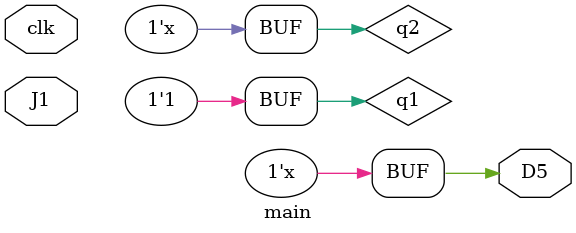
<source format=v>
module main ( input clk, input [3:0] J1, output D5 );

reg q1, q2;

// allows multiple assignments to q1 and q2!

always @(*) 
  begin
      q1 <= 1'b0;
      q2 <= q1;
  end

always @(*) 
  begin
      q1 <= 1'b1;
      q2 <= q1;
  end

assign D5 = q2;

endmodule

</source>
